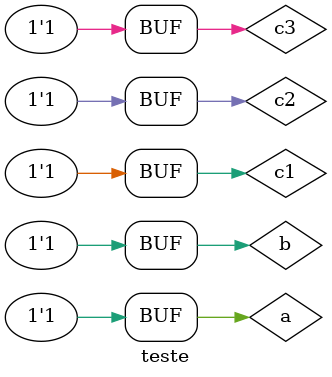
<source format=v>

module ex35(output s,
            input a,b,c1,c2,c3);

 wire temp[0:16];

 not NOT1(temp[0], a);
 not NOT2(temp[1], b);
 or  OR1(temp[2], a,b);
 nor NOR1(temp[3], a,b);
 and AND1(temp[4], a,b);
 nand NAND1(temp[5], a,b);
 xor XOR1(temp[6], a,b);
 xnor XNOR1(temp[7], a,b);

 and AND2(temp[8],  temp[0],~c1,~c2,~c3);
 and AND3(temp[9],  temp[2],~c1,~c2,c3);
 and AND4(temp[10], temp[3],~c1,c2,~c3);
 and AND5(temp[11], temp[4],~c1,c2,c3);
 and AND6(temp[12], temp[5],c1,~c2,~c3);
 and AND7(temp[13], temp[6],c1,~c2,c3);
 and AND8(temp[14], temp[7],c1,c2,~c3);
 and AND9(temp[15], temp[1],c1,c2,c3);

 or ORf(temp[16], temp[8],temp[9],temp[10],temp[11],temp[12],temp[13],temp[14],temp[15]);

 assign s = temp[16];

endmodule


module teste;

reg a,b,c1,c2,c3;
wire s;

ex35 exercicio(s, a,b,c1,c2,c3);

initial begin:start
 a=0;b=0;c1=0;c2=0;c3=0;
end


initial begin:main
  $display("Exemplo0035 - Adamo Ludwig - 473319");
  
  $monitor("%b %b %b %b %b s:%b", a, b, c1, c2, c3, s);

#1 a= 0; b= 0; c1=0; c2=0; c3=0;
#1 a= 0; b= 0; c1=0; c2=0; c3=1;
#1 a= 0; b= 0; c1=0; c2=1; c3=0;
#1 a= 0; b= 0; c1=0; c2=1; c3=1;
#1 a= 0; b= 0; c1=1; c2=0; c3=0;
#1 a= 0; b= 0; c1=1; c2=0; c3=1;
#1 a= 0; b= 0; c1=1; c2=1; c3=0;
#1 a= 0; b= 0; c1=1; c2=1; c3=1;
#1 a= 0; b= 1; c1=0; c2=0; c3=0;
#1 a= 0; b= 1; c1=0; c2=0; c3=1;
#1 a= 0; b= 1; c1=0; c2=1; c3=0;
#1 a= 0; b= 1; c1=0; c2=1; c3=1;
#1 a= 0; b= 1; c1=1; c2=0; c3=0;
#1 a= 0; b= 1; c1=1; c2=0; c3=1;
#1 a= 0; b= 1; c1=1; c2=1; c3=0;
#1 a= 0; b= 1; c1=1; c2=1; c3=1;
#1 a= 1; b= 0; c1=0; c2=0; c3=0;
#1 a= 1; b= 0; c1=0; c2=0; c3=1;
#1 a= 1; b= 0; c1=0; c2=1; c3=0;
#1 a= 1; b= 0; c1=0; c2=1; c3=1;
#1 a= 1; b= 0; c1=1; c2=0; c3=0;
#1 a= 1; b= 0; c1=1; c2=0; c3=1;
#1 a= 1; b= 0; c1=1; c2=1; c3=0;
#1 a= 1; b= 0; c1=1; c2=1; c3=1;
#1 a= 1; b= 1; c1=0; c2=0; c3=0;
#1 a= 1; b= 1; c1=0; c2=0; c3=1;
#1 a= 1; b= 1; c1=0; c2=1; c3=0;
#1 a= 1; b= 1; c1=0; c2=1; c3=1;
#1 a= 1; b= 1; c1=1; c2=0; c3=0;
#1 a= 1; b= 1; c1=1; c2=0; c3=1;
#1 a= 1; b= 1; c1=1; c2=1; c3=0;
#1 a= 1; b= 1; c1=1; c2=1; c3=1;

end
endmodule

</source>
